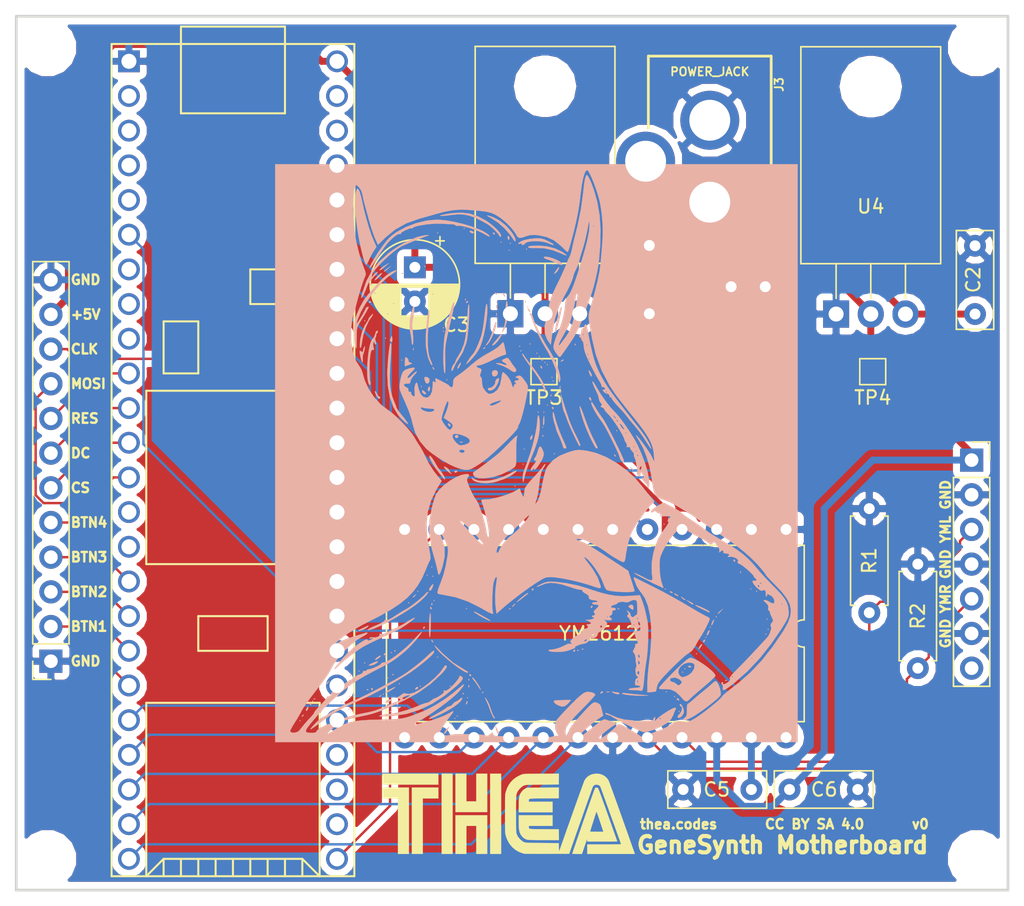
<source format=kicad_pcb>
(kicad_pcb (version 20171130) (host pcbnew "(5.0.0-3-g5ebb6b6)")
  (title_block (title "GeneSynth Motherboard") (date 2018-10-13) (rev v0) (company thea.codes) (comment 3 "CC BY SA 4.0") (comment 4 "Thea Flowers"))
  (layers (0 F.Cu signal) (31 B.Cu signal) (34 B.Paste user hide) (35 F.Paste user hide) (36 B.SilkS user hide) (37 F.SilkS user) (38 B.Mask user) (39 F.Mask user) (44 Edge.Cuts user))
  (net 0 "")
  (net 1 YM_CS)
  (net 2 "Net-(U1-Pad15)")
  (net 3 "Net-(U1-Pad14)")
  (net 4 YM_WR)
  (net 5 YM_RD)
  (net 6 YM_A0)
  (net 7 YM_A1)
  (net 8 YM_IC)
  (net 9 "Net-(U1-Pad31)")
  (net 10 "Net-(U1-Pad32)")
  (net 11 "Net-(U1-Pad33)")
  (net 12 "Net-(U1-Pad34)")
  (net 13 "Net-(U1-Pad35)")
  (net 14 "Net-(U1-Pad36)")
  (net 15 "Net-(U1-Pad37)")
  (net 16 "Net-(U1-Pad9)")
  (net 17 "Net-(U1-Pad8)")
  (net 18 "Net-(U1-Pad7)")
  (net 19 "Net-(U1-Pad5)")
  (net 20 "Net-(U1-Pad4)")
  (net 21 "Net-(U1-Pad3)")
  (net 22 "Net-(U1-Pad2)")
  (net 23 "Net-(U1-Pad38)")
  (net 24 "Net-(U1-Pad39)")
  (net 25 Data0)
  (net 26 Data1)
  (net 27 Data2)
  (net 28 Data3)
  (net 29 Data4)
  (net 30 Data5)
  (net 31 Data6)
  (net 32 Data7)
  (net 33 "Net-(U1-Pad49)")
  (net 34 "Net-(U1-Pad50)")
  (net 35 "Net-(U1-Pad51)")
  (net 36 "Net-(U1-Pad52)")
  (net 37 "Net-(U2-Pad13)")
  (net 38 "Net-(U2-Pad10)")
  (net 39 +9V)
  (net 40 GND)
  (net 41 +5V)
  (net 42 +5VA)
  (net 43 YM_L_RAW)
  (net 44 YM_R_RAW)
  (net 45 BUTTON_1)
  (net 46 BUTTON_2)
  (net 47 BUTTON_3)
  (net 48 BUTTON_4)
  (net 49 DISPLAY_CS)
  (net 50 DISPLAY_DC)
  (net 51 DISPLAY_RES)
  (net 52 DISPLAY_MOSI)
  (net 53 DISPLAY_CLK)
  (net 54 YM_CLK)
  (net 55 "Net-(J3-PadGNDB)")
  (module MountingHole:MountingHole_3.2mm_M3 (layer F.Cu) (at 157.734 129.794)
    (fp_text reference REF** hide)
    (fp_text value MountingHole_3.2mm_M3)
    (pad 1 np_thru_hole circle (at 0 0) (size 3.2 3.2) (drill 3.2) (layers *.Cu *.Mask))
  )
  (module MountingHole:MountingHole_3.2mm_M3 (layer F.Cu) (at 89.662 129.794)
    (fp_text reference REF** hide)
    (fp_text value MountingHole_3.2mm_M3)
    (pad 1 np_thru_hole circle (at 0 0) (size 3.2 3.2) (drill 3.2) (layers *.Cu *.Mask))
  )
  (module MountingHole:MountingHole_3.2mm_M3 (layer F.Cu) (at 89.662 70.358)
    (fp_text reference REF** hide)
    (fp_text value MountingHole_3.2mm_M3)
    (pad 1 np_thru_hole circle (at 0 0) (size 3.2 3.2) (drill 3.2) (layers *.Cu *.Mask))
  )
  (module Resistor_THT:R_Axial_DIN0207_L6.3mm_D2.5mm_P7.62mm_Horizontal (layer F.Cu) (at 149.86 111.76 90)
    (fp_text reference R1 (at 3.81 0 90) (layer F.SilkS))
    (fp_text value 2.2k)
    (pad 1 thru_hole circle (at 0 0 90) (size 1.6 1.6) (drill 0.8) (layers *.Cu *.Mask) (net 43 YM_L_RAW))
    (pad 2 thru_hole oval (at 7.62 0 90) (size 1.6 1.6) (drill 0.8) (layers *.Cu *.Mask) (net 40 GND))
  )
  (module Connector_PinSocket_2.54mm:PinSocket_1x07_P2.54mm_Vertical (layer F.Cu) (at 157.357 100.584)
    (fp_text reference J1 hide)
    (fp_text value "Audio Daughterboard")
    (pad 1 thru_hole rect (at 0 0) (size 1.7 1.7) (drill 1) (layers *.Cu *.Mask) (net 42 +5VA))
    (pad 2 thru_hole oval (at 0 2.54) (size 1.7 1.7) (drill 1) (layers *.Cu *.Mask) (net 40 GND))
    (pad 3 thru_hole oval (at 0 5.08) (size 1.7 1.7) (drill 1) (layers *.Cu *.Mask) (net 43 YM_L_RAW))
    (pad 4 thru_hole oval (at 0 7.62) (size 1.7 1.7) (drill 1) (layers *.Cu *.Mask) (net 40 GND))
    (pad 5 thru_hole oval (at 0 10.16) (size 1.7 1.7) (drill 1) (layers *.Cu *.Mask) (net 44 YM_R_RAW))
    (pad 6 thru_hole oval (at 0 12.7) (size 1.7 1.7) (drill 1) (layers *.Cu *.Mask) (net 40 GND))
    (pad 7 thru_hole oval (at 0 15.24) (size 1.7 1.7) (drill 1) (layers *.Cu *.Mask))
  )
  (module Resistor_THT:R_Axial_DIN0207_L6.3mm_D2.5mm_P7.62mm_Horizontal (layer F.Cu) (at 153.416 115.824 90)
    (fp_text reference R2 (at 3.81 0 90) (layer F.SilkS))
    (fp_text value 2.2k)
    (pad 2 thru_hole oval (at 7.62 0 90) (size 1.6 1.6) (drill 0.8) (layers *.Cu *.Mask) (net 40 GND))
    (pad 1 thru_hole circle (at 0 0 90) (size 1.6 1.6) (drill 0.8) (layers *.Cu *.Mask) (net 44 YM_R_RAW))
  )
  (module Package_DIP:DIP-24_W15.24mm (layer F.Cu) (at 143.764 105.664 270)
    (fp_text reference U2 hide)
    (fp_text value YM2612 (at 7.62 13.716) (layer F.SilkS))
    (pad 1 thru_hole rect (at 0 0 270) (size 1.6 1.6) (drill 0.8) (layers *.Cu *.Mask) (net 40 GND))
    (pad 13 thru_hole oval (at 15.24 27.94 270) (size 1.6 1.6) (drill 0.8) (layers *.Cu *.Mask) (net 37 "Net-(U2-Pad13)"))
    (pad 2 thru_hole oval (at 0 2.54 270) (size 1.6 1.6) (drill 0.8) (layers *.Cu *.Mask) (net 25 Data0))
    (pad 14 thru_hole oval (at 15.24 25.4 270) (size 1.6 1.6) (drill 0.8) (layers *.Cu *.Mask) (net 1 YM_CS))
    (pad 3 thru_hole oval (at 0 5.08 270) (size 1.6 1.6) (drill 0.8) (layers *.Cu *.Mask) (net 26 Data1))
    (pad 15 thru_hole oval (at 15.24 22.86 270) (size 1.6 1.6) (drill 0.8) (layers *.Cu *.Mask) (net 4 YM_WR))
    (pad 4 thru_hole oval (at 0 7.62 270) (size 1.6 1.6) (drill 0.8) (layers *.Cu *.Mask) (net 27 Data2))
    (pad 16 thru_hole oval (at 15.24 20.32 270) (size 1.6 1.6) (drill 0.8) (layers *.Cu *.Mask) (net 5 YM_RD))
    (pad 5 thru_hole oval (at 0 10.16 270) (size 1.6 1.6) (drill 0.8) (layers *.Cu *.Mask) (net 28 Data3))
    (pad 17 thru_hole oval (at 15.24 17.78 270) (size 1.6 1.6) (drill 0.8) (layers *.Cu *.Mask) (net 6 YM_A0))
    (pad 6 thru_hole oval (at 0 12.7 270) (size 1.6 1.6) (drill 0.8) (layers *.Cu *.Mask) (net 29 Data4))
    (pad 18 thru_hole oval (at 15.24 15.24 270) (size 1.6 1.6) (drill 0.8) (layers *.Cu *.Mask) (net 7 YM_A1))
    (pad 7 thru_hole oval (at 0 15.24 270) (size 1.6 1.6) (drill 0.8) (layers *.Cu *.Mask) (net 30 Data5))
    (pad 19 thru_hole oval (at 15.24 12.7 270) (size 1.6 1.6) (drill 0.8) (layers *.Cu *.Mask) (net 40 GND))
    (pad 8 thru_hole oval (at 0 17.78 270) (size 1.6 1.6) (drill 0.8) (layers *.Cu *.Mask) (net 31 Data6))
    (pad 20 thru_hole oval (at 15.24 10.16 270) (size 1.6 1.6) (drill 0.8) (layers *.Cu *.Mask) (net 44 YM_R_RAW))
    (pad 9 thru_hole oval (at 0 20.32 270) (size 1.6 1.6) (drill 0.8) (layers *.Cu *.Mask) (net 32 Data7))
    (pad 21 thru_hole oval (at 15.24 7.62 270) (size 1.6 1.6) (drill 0.8) (layers *.Cu *.Mask) (net 43 YM_L_RAW))
    (pad 10 thru_hole oval (at 0 22.86 270) (size 1.6 1.6) (drill 0.8) (layers *.Cu *.Mask) (net 38 "Net-(U2-Pad10)"))
    (pad 22 thru_hole oval (at 15.24 5.08 270) (size 1.6 1.6) (drill 0.8) (layers *.Cu *.Mask) (net 42 +5VA))
    (pad 11 thru_hole oval (at 0 25.4 270) (size 1.6 1.6) (drill 0.8) (layers *.Cu *.Mask) (net 8 YM_IC))
    (pad 23 thru_hole oval (at 15.24 2.54 270) (size 1.6 1.6) (drill 0.8) (layers *.Cu *.Mask) (net 41 +5V))
    (pad 12 thru_hole oval (at 0 27.94 270) (size 1.6 1.6) (drill 0.8) (layers *.Cu *.Mask) (net 40 GND))
    (pad 24 thru_hole oval (at 15.24 0 270) (size 1.6 1.6) (drill 0.8) (layers *.Cu *.Mask) (net 54 YM_CLK))
  )
  (module Capacitor_THT:C_Disc_D7.0mm_W2.5mm_P5.00mm (layer F.Cu) (at 133.747583 89.863284 90)
    (fp_text reference C1 (at 2.487284 -0.143583 90) (layer F.SilkS))
    (fp_text value 100nF)
    (pad 1 thru_hole circle (at 0 0 90) (size 1.6 1.6) (drill 0.8) (layers *.Cu *.Mask) (net 39 +9V))
    (pad 2 thru_hole circle (at 5 0 90) (size 1.6 1.6) (drill 0.8) (layers *.Cu *.Mask) (net 40 GND))
  )
  (module Capacitor_THT:C_Disc_D7.0mm_W2.5mm_P5.00mm (layer F.Cu) (at 157.607 89.887 90)
    (fp_text reference C2 (at 2.511 -0.127 90) (layer F.SilkS))
    (fp_text value 100nF)
    (pad 2 thru_hole circle (at 5 0 90) (size 1.6 1.6) (drill 0.8) (layers *.Cu *.Mask) (net 40 GND))
    (pad 1 thru_hole circle (at 0 0 90) (size 1.6 1.6) (drill 0.8) (layers *.Cu *.Mask) (net 39 +9V))
  )
  (module Capacitor_THT:CP_Radial_D6.3mm_P2.50mm (layer F.Cu) (at 116.574783 86.463284 270)
    (fp_text reference C3 (at 4.214716 -3.059217) (layer F.SilkS))
    (fp_text value 10uF)
    (pad 1 thru_hole rect (at 0 0 270) (size 1.6 1.6) (drill 0.8) (layers *.Cu *.Mask) (net 41 +5V))
    (pad 2 thru_hole circle (at 2.5 0 270) (size 1.6 1.6) (drill 0.8) (layers *.Cu *.Mask) (net 40 GND))
  )
  (module Capacitor_THT:CP_Radial_D6.3mm_P2.50mm (layer F.Cu) (at 142.24 87.884 180)
    (fp_text reference C4 (at 4.191 -3.0758 -90) (layer F.SilkS))
    (fp_text value 10uF)
    (pad 2 thru_hole circle (at 2.5 0 180) (size 1.6 1.6) (drill 0.8) (layers *.Cu *.Mask) (net 40 GND))
    (pad 1 thru_hole rect (at 0 0 180) (size 1.6 1.6) (drill 0.8) (layers *.Cu *.Mask) (net 42 +5VA))
  )
  (module Connector_PinSocket_2.54mm:PinSocket_1x12_P2.54mm_Vertical (layer F.Cu) (at 89.916 115.316 180)
    (fp_text reference J2 hide)
    (fp_text value "Display Daughterboard" hide)
    (pad 1 thru_hole rect (at 0 0 180) (size 1.7 1.7) (drill 1) (layers *.Cu *.Mask) (net 40 GND))
    (pad 2 thru_hole oval (at 0 2.54 180) (size 1.7 1.7) (drill 1) (layers *.Cu *.Mask) (net 45 BUTTON_1))
    (pad 3 thru_hole oval (at 0 5.08 180) (size 1.7 1.7) (drill 1) (layers *.Cu *.Mask) (net 46 BUTTON_2))
    (pad 4 thru_hole oval (at 0 7.62 180) (size 1.7 1.7) (drill 1) (layers *.Cu *.Mask) (net 47 BUTTON_3))
    (pad 5 thru_hole oval (at 0 10.16 180) (size 1.7 1.7) (drill 1) (layers *.Cu *.Mask) (net 48 BUTTON_4))
    (pad 6 thru_hole oval (at 0 12.7 180) (size 1.7 1.7) (drill 1) (layers *.Cu *.Mask) (net 49 DISPLAY_CS))
    (pad 7 thru_hole oval (at 0 15.24 180) (size 1.7 1.7) (drill 1) (layers *.Cu *.Mask) (net 50 DISPLAY_DC))
    (pad 8 thru_hole oval (at 0 17.78 180) (size 1.7 1.7) (drill 1) (layers *.Cu *.Mask) (net 51 DISPLAY_RES))
    (pad 9 thru_hole oval (at 0 20.32 180) (size 1.7 1.7) (drill 1) (layers *.Cu *.Mask) (net 52 DISPLAY_MOSI))
    (pad 10 thru_hole oval (at 0 22.86 180) (size 1.7 1.7) (drill 1) (layers *.Cu *.Mask) (net 53 DISPLAY_CLK))
    (pad 11 thru_hole oval (at 0 25.4 180) (size 1.7 1.7) (drill 1) (layers *.Cu *.Mask) (net 41 +5V))
    (pad 12 thru_hole oval (at 0 27.94 180) (size 1.7 1.7) (drill 1) (layers *.Cu *.Mask) (net 40 GND))
  )
  (module TestPoint:TestPoint_Pad_1.5x1.5mm (layer F.Cu) (at 134.060522 94.107)
    (fp_text reference TP1 (at 0.051478 1.905) (layer F.SilkS))
    (fp_text value TestPoint hide)
    (pad 1 smd rect (at 0 0) (size 1.5 1.5) (layers F.Cu F.Mask) (net 39 +9V))
  )
  (module TestPoint:TestPoint_Pad_1.5x1.5mm (layer F.Cu) (at 142.087261 94.107)
    (fp_text reference TP2 (at 0 1.905) (layer F.SilkS))
    (fp_text value TestPoint hide)
    (pad 1 smd rect (at 0 0) (size 1.5 1.5) (layers F.Cu F.Mask) (net 40 GND))
  )
  (module TestPoint:TestPoint_Pad_1.5x1.5mm (layer F.Cu) (at 126.033783 94.107)
    (fp_text reference TP3 (at 0 1.905) (layer F.SilkS))
    (fp_text value TestPoint hide)
    (pad 1 smd rect (at 0 0) (size 1.5 1.5) (layers F.Cu F.Mask) (net 41 +5V))
  )
  (module TestPoint:TestPoint_Pad_1.5x1.5mm (layer F.Cu) (at 150.114 94.107)
    (fp_text reference TP4 (at 0 1.905) (layer F.SilkS))
    (fp_text value TestPoint hide)
    (pad 1 smd rect (at 0 0) (size 1.5 1.5) (layers F.Cu F.Mask) (net 42 +5VA))
  )
  (module Package_TO_SOT_THT:TO-220-3_Horizontal_TabDown (layer F.Cu) (at 123.571183 89.863284)
    (fp_text reference U3 (at 2.54 -7.88) (layer F.SilkS))
    (fp_text value "LD1117S50 (Digital)")
    (pad "" np_thru_hole oval (at 2.54 -16.66) (size 3.5 3.5) (drill 3.5) (layers *.Cu *.Mask))
    (pad 1 thru_hole rect (at 0 0) (size 1.905 2) (drill 1.1) (layers *.Cu *.Mask) (net 40 GND))
    (pad 2 thru_hole oval (at 2.54 0) (size 1.905 2) (drill 1.1) (layers *.Cu *.Mask) (net 41 +5V))
    (pad 3 thru_hole oval (at 5.08 0) (size 1.905 2) (drill 1.1) (layers *.Cu *.Mask) (net 39 +9V))
  )
  (module Package_TO_SOT_THT:TO-220-3_Horizontal_TabDown (layer F.Cu) (at 147.4306 89.887)
    (fp_text reference U4 (at 2.54 -7.88) (layer F.SilkS))
    (fp_text value "LD1117S50 (Analog)")
    (pad 3 thru_hole oval (at 5.08 0) (size 1.905 2) (drill 1.1) (layers *.Cu *.Mask) (net 39 +9V))
    (pad 2 thru_hole oval (at 2.54 0) (size 1.905 2) (drill 1.1) (layers *.Cu *.Mask) (net 42 +5VA))
    (pad 1 thru_hole rect (at 0 0) (size 1.905 2) (drill 1.1) (layers *.Cu *.Mask) (net 40 GND))
    (pad "" np_thru_hole oval (at 2.54 -16.66) (size 3.5 3.5) (drill 3.5) (layers *.Cu *.Mask))
  )
  (module teensy:TeensyReduced (layer F.Cu) (at 103.251 100.584 270)
    (fp_text reference U1 hide)
    (fp_text value Teensy3.5)
    (pad 17 thru_hole circle (at 11.43 7.62 270) (size 1.6 1.6) (drill 1.1) (layers *.Cu *.Mask) (net 47 BUTTON_3))
    (pad 18 thru_hole circle (at 13.97 7.62 270) (size 1.6 1.6) (drill 1.1) (layers *.Cu *.Mask) (net 46 BUTTON_2))
    (pad 19 thru_hole circle (at 16.51 7.62 270) (size 1.6 1.6) (drill 1.1) (layers *.Cu *.Mask) (net 45 BUTTON_1))
    (pad 20 thru_hole circle (at 19.05 7.62 270) (size 1.6 1.6) (drill 1.1) (layers *.Cu *.Mask) (net 1 YM_CS))
    (pad 16 thru_hole circle (at 8.89 7.62 270) (size 1.6 1.6) (drill 1.1) (layers *.Cu *.Mask) (net 48 BUTTON_4))
    (pad 15 thru_hole circle (at 6.35 7.62 270) (size 1.6 1.6) (drill 1.1) (layers *.Cu *.Mask) (net 2 "Net-(U1-Pad15)"))
    (pad 14 thru_hole circle (at 3.81 7.62 270) (size 1.6 1.6) (drill 1.1) (layers *.Cu *.Mask) (net 3 "Net-(U1-Pad14)"))
    (pad 21 thru_hole circle (at 21.59 7.62 270) (size 1.6 1.6) (drill 1.1) (layers *.Cu *.Mask) (net 4 YM_WR))
    (pad 22 thru_hole circle (at 24.13 7.62 270) (size 1.6 1.6) (drill 1.1) (layers *.Cu *.Mask) (net 5 YM_RD))
    (pad 23 thru_hole circle (at 26.67 7.62 270) (size 1.6 1.6) (drill 1.1) (layers *.Cu *.Mask) (net 6 YM_A0))
    (pad 24 thru_hole circle (at 29.21 7.62 270) (size 1.6 1.6) (drill 1.1) (layers *.Cu *.Mask) (net 7 YM_A1))
    (pad 30 thru_hole circle (at 29.21 -7.62 270) (size 1.6 1.6) (drill 1.1) (layers *.Cu *.Mask) (net 8 YM_IC))
    (pad 31 thru_hole circle (at 26.67 -7.62 270) (size 1.6 1.6) (drill 1.1) (layers *.Cu *.Mask) (net 9 "Net-(U1-Pad31)"))
    (pad 32 thru_hole circle (at 24.13 -7.62 270) (size 1.6 1.6) (drill 1.1) (layers *.Cu *.Mask) (net 10 "Net-(U1-Pad32)"))
    (pad 33 thru_hole circle (at 21.59 -7.62 270) (size 1.6 1.6) (drill 1.1) (layers *.Cu *.Mask) (net 11 "Net-(U1-Pad33)"))
    (pad 34 thru_hole circle (at 19.05 -7.62 270) (size 1.6 1.6) (drill 1.1) (layers *.Cu *.Mask) (net 12 "Net-(U1-Pad34)"))
    (pad 35 thru_hole circle (at 16.51 -7.62 270) (size 1.6 1.6) (drill 1.1) (layers *.Cu *.Mask) (net 13 "Net-(U1-Pad35)"))
    (pad 36 thru_hole circle (at 13.97 -7.62 270) (size 1.6 1.6) (drill 1.1) (layers *.Cu *.Mask) (net 14 "Net-(U1-Pad36)"))
    (pad 37 thru_hole circle (at 11.43 -7.62 270) (size 1.6 1.6) (drill 1.1) (layers *.Cu *.Mask) (net 15 "Net-(U1-Pad37)"))
    (pad 13 thru_hole circle (at 1.27 7.62 270) (size 1.6 1.6) (drill 1.1) (layers *.Cu *.Mask) (net 52 DISPLAY_MOSI))
    (pad 12 thru_hole circle (at -1.27 7.62 270) (size 1.6 1.6) (drill 1.1) (layers *.Cu *.Mask) (net 49 DISPLAY_CS))
    (pad 11 thru_hole circle (at -3.81 7.62 270) (size 1.6 1.6) (drill 1.1) (layers *.Cu *.Mask) (net 50 DISPLAY_DC))
    (pad 10 thru_hole circle (at -6.35 7.62 270) (size 1.6 1.6) (drill 1.1) (layers *.Cu *.Mask) (net 51 DISPLAY_RES))
    (pad 9 thru_hole circle (at -8.89 7.62 270) (size 1.6 1.6) (drill 1.1) (layers *.Cu *.Mask) (net 16 "Net-(U1-Pad9)"))
    (pad 8 thru_hole circle (at -11.43 7.62 270) (size 1.6 1.6) (drill 1.1) (layers *.Cu *.Mask) (net 17 "Net-(U1-Pad8)"))
    (pad 7 thru_hole circle (at -13.97 7.62 270) (size 1.6 1.6) (drill 1.1) (layers *.Cu *.Mask) (net 18 "Net-(U1-Pad7)"))
    (pad 6 thru_hole circle (at -16.51 7.62 270) (size 1.6 1.6) (drill 1.1) (layers *.Cu *.Mask) (net 54 YM_CLK))
    (pad 5 thru_hole circle (at -19.05 7.62 270) (size 1.6 1.6) (drill 1.1) (layers *.Cu *.Mask) (net 19 "Net-(U1-Pad5)"))
    (pad 4 thru_hole circle (at -21.59 7.62 270) (size 1.6 1.6) (drill 1.1) (layers *.Cu *.Mask) (net 20 "Net-(U1-Pad4)"))
    (pad 3 thru_hole circle (at -24.13 7.62 270) (size 1.6 1.6) (drill 1.1) (layers *.Cu *.Mask) (net 21 "Net-(U1-Pad3)"))
    (pad 2 thru_hole circle (at -26.67 7.62 270) (size 1.6 1.6) (drill 1.1) (layers *.Cu *.Mask) (net 22 "Net-(U1-Pad2)"))
    (pad 1 thru_hole rect (at -29.21 7.62 270) (size 1.6 1.6) (drill 1.1) (layers *.Cu *.Mask) (net 40 GND))
    (pad 38 thru_hole circle (at 8.89 -7.62 270) (size 1.6 1.6) (drill 1.1) (layers *.Cu *.Mask) (net 23 "Net-(U1-Pad38)"))
    (pad 39 thru_hole circle (at 6.35 -7.62 270) (size 1.6 1.6) (drill 1.1) (layers *.Cu *.Mask) (net 24 "Net-(U1-Pad39)"))
    (pad 40 thru_hole circle (at 3.81 -7.62 270) (size 1.6 1.6) (drill 1.1) (layers *.Cu *.Mask) (net 53 DISPLAY_CLK))
    (pad 41 thru_hole circle (at 1.27 -7.62 270) (size 1.6 1.6) (drill 1.1) (layers *.Cu *.Mask) (net 32 Data7))
    (pad 42 thru_hole circle (at -1.27 -7.62 270) (size 1.6 1.6) (drill 1.1) (layers *.Cu *.Mask) (net 31 Data6))
    (pad 43 thru_hole circle (at -3.81 -7.62 270) (size 1.6 1.6) (drill 1.1) (layers *.Cu *.Mask) (net 30 Data5))
    (pad 44 thru_hole circle (at -6.35 -7.62 270) (size 1.6 1.6) (drill 1.1) (layers *.Cu *.Mask) (net 29 Data4))
    (pad 45 thru_hole circle (at -8.89 -7.62 270) (size 1.6 1.6) (drill 1.1) (layers *.Cu *.Mask) (net 28 Data3))
    (pad 46 thru_hole circle (at -11.43 -7.62 270) (size 1.6 1.6) (drill 1.1) (layers *.Cu *.Mask) (net 27 Data2))
    (pad 47 thru_hole circle (at -13.97 -7.62 270) (size 1.6 1.6) (drill 1.1) (layers *.Cu *.Mask) (net 26 Data1))
    (pad 48 thru_hole circle (at -16.51 -7.62 270) (size 1.6 1.6) (drill 1.1) (layers *.Cu *.Mask) (net 25 Data0))
    (pad 49 thru_hole circle (at -19.05 -7.62 270) (size 1.6 1.6) (drill 1.1) (layers *.Cu *.Mask) (net 33 "Net-(U1-Pad49)"))
    (pad 50 thru_hole circle (at -21.59 -7.62 270) (size 1.6 1.6) (drill 1.1) (layers *.Cu *.Mask) (net 34 "Net-(U1-Pad50)"))
    (pad 51 thru_hole circle (at -24.13 -7.62 270) (size 1.6 1.6) (drill 1.1) (layers *.Cu *.Mask) (net 35 "Net-(U1-Pad51)"))
    (pad 52 thru_hole circle (at -26.67 -7.62 270) (size 1.6 1.6) (drill 1.1) (layers *.Cu *.Mask) (net 36 "Net-(U1-Pad52)"))
    (pad 53 thru_hole circle (at -29.21 -7.62 270) (size 1.6 1.6) (drill 1.1) (layers *.Cu *.Mask) (net 41 +5V))
  )
  (module Connectors:POWER_JACK_PTH (layer F.Cu) (at 138.176 67.99326 180)
    (fp_text reference J3 (at -5.08 -5.08 270) (layer F.SilkS) (effects (font (size 0.6096 0.6096) (thickness 0.127))))
    (fp_text value POWER_JACK (at 0 -4.14274) (layer F.SilkS) (effects (font (size 0.6096 0.6096) (thickness 0.127))))
    (pad GND thru_hole circle (at 0 -7.69874 180) (size 4.318 4.318) (drill 2.9972) (layers *.Cu *.Mask) (net 40 GND))
    (pad GNDB thru_hole circle (at 4.699 -10.69848 180) (size 4.318 4.318) (drill 2.9972) (layers *.Cu *.Mask) (net 55 "Net-(J3-PadGNDB)"))
    (pad PWR thru_hole circle (at 0 -13.69822 180) (size 4.318 4.318) (drill 2.9972) (layers *.Cu *.Mask) (net 39 +9V))
  )
  (module Genesynth:thea (layer F.Cu) (at 123.444 126.492)
    (fp_text reference G*** hide)
    (fp_text value LOGO hide)
  )
  (module Genesynth:nei (layer B.Cu) (at 125.476 100.076 180)
    (fp_text reference G*** hide)
    (fp_text value LOGO hide)
  )
  (module MountingHole:MountingHole_3.2mm_M3 (layer F.Cu) (at 157.734 70.358)
    (fp_text reference REF** hide)
    (fp_text value MountingHole_3.2mm_M3)
    (pad 1 np_thru_hole circle (at 0 0) (size 3.2 3.2) (drill 3.2) (layers *.Cu *.Mask))
  )
  (module Capacitor_THT:C_Disc_D7.0mm_W2.5mm_P5.00mm (layer F.Cu) (at 141.224 124.714 180)
    (fp_text reference C5 (at 2.54 0 180) (layer F.SilkS))
    (fp_text value 100nF)
    (pad 2 thru_hole circle (at 5 0 180) (size 1.6 1.6) (drill 0.8) (layers *.Cu *.Mask) (net 40 GND))
    (pad 1 thru_hole circle (at 0 0 180) (size 1.6 1.6) (drill 0.8) (layers *.Cu *.Mask) (net 41 +5V))
  )
  (module Capacitor_THT:C_Disc_D7.0mm_W2.5mm_P5.00mm (layer F.Cu) (at 144.018 124.714)
    (fp_text reference C6 (at 2.54 0) (layer F.SilkS))
    (fp_text value 100nF)
    (pad 1 thru_hole circle (at 0 0) (size 1.6 1.6) (drill 0.8) (layers *.Cu *.Mask) (net 42 +5VA))
    (pad 2 thru_hole circle (at 5 0) (size 1.6 1.6) (drill 0.8) (layers *.Cu *.Mask) (net 40 GND))
  )
  (gr_text v0 (at 153.601072 127.254) (layer F.SilkS) (effects (font (size 0.7 0.7) (thickness 0.175))))
  (gr_text "CC BY SA 4.0" (at 145.853869 127.254) (layer F.SilkS) (effects (font (size 0.7 0.7) (thickness 0.175))))
  (gr_text thea.codes (at 135.89 127.254) (layer F.SilkS) (effects (font (size 0.7 0.7) (thickness 0.175))))
  (gr_text "GeneSynth Motherboard" (at 143.51 128.778) (layer F.SilkS) (effects (font (size 1.2 1.2) (thickness 0.3))))
  (gr_text GND (at 155.448 113.284 90) (layer F.SilkS) (effects (font (size 0.7 0.7) (thickness 0.175))))
  (gr_text YMR (at 155.448 110.744 90) (layer F.SilkS) (effects (font (size 0.7 0.7) (thickness 0.175))))
  (gr_text GND (at 155.448 103.124 90) (layer F.SilkS) (effects (font (size 0.7 0.7) (thickness 0.175))))
  (gr_text YML (at 155.448 105.664 90) (layer F.SilkS) (effects (font (size 0.7 0.7) (thickness 0.175))))
  (gr_text GND (at 155.448 108.204 90) (layer F.SilkS) (effects (font (size 0.7 0.7) (thickness 0.175))))
  (gr_text GND (at 92.46 115.316) (layer F.SilkS) (effects (font (size 0.7 0.7) (thickness 0.175))))
  (gr_text BTN1 (at 92.71 112.776) (layer F.SilkS) (effects (font (size 0.7 0.7) (thickness 0.175))))
  (gr_text BTN2 (at 92.71 110.236) (layer F.SilkS) (effects (font (size 0.7 0.7) (thickness 0.175))))
  (gr_text BTN3 (at 92.71 107.696) (layer F.SilkS) (effects (font (size 0.7 0.7) (thickness 0.175))))
  (gr_text BTN4 (at 92.71 105.156) (layer F.SilkS) (effects (font (size 0.7 0.7) (thickness 0.175))))
  (gr_text CS (at 92.076667 102.616) (layer F.SilkS) (effects (font (size 0.7 0.7) (thickness 0.175))))
  (gr_text DC (at 92.093334 100.076) (layer F.SilkS) (effects (font (size 0.7 0.7) (thickness 0.175))))
  (gr_text RES (at 92.393334 97.536) (layer F.SilkS) (effects (font (size 0.7 0.7) (thickness 0.175))))
  (gr_text MOSI (at 92.66 94.996) (layer F.SilkS) (effects (font (size 0.7 0.7) (thickness 0.175))))
  (gr_text CLK (at 92.376667 92.456) (layer F.SilkS) (effects (font (size 0.7 0.7) (thickness 0.175))))
  (gr_text +5V (at 92.46 89.916) (layer F.SilkS) (effects (font (size 0.7 0.7) (thickness 0.175))))
  (gr_text GND (at 92.46 87.376) (layer F.SilkS) (effects (font (size 0.7 0.7) (thickness 0.175))))
  (gr_line (start 87.376 132.08) (end 87.376 68.072) (layer Edge.Cuts) (width 0.2))
  (gr_line (start 160.02 132.08) (end 87.376 132.08) (layer Edge.Cuts) (width 0.2))
  (gr_line (start 160.02 68.072) (end 160.02 132.08) (layer Edge.Cuts) (width 0.2))
  (gr_line (start 87.376 68.072) (end 160.02 68.072) (layer Edge.Cuts) (width 0.2))
  (segment (start 95.631 119.634) (end 96.697701 118.567299) (width 0.1778) (layer B.Cu) (net 1))
  (segment (start 116.027299 118.567299) (end 118.364 120.904) (width 0.1778) (layer B.Cu) (net 1))
  (segment (start 96.697701 118.567299) (end 116.027299 118.567299) (width 0.1778) (layer B.Cu) (net 1))
  (segment (start 95.631 122.174) (end 97.104299 120.700701) (width 0.1778) (layer B.Cu) (net 4))
  (segment (start 97.104299 120.700701) (end 112.517983 120.700701) (width 0.1778) (layer B.Cu) (net 4))
  (segment (start 112.517983 120.700701) (end 113.787983 121.970701) (width 0.1778) (layer B.Cu) (net 4))
  (segment (start 119.837299 121.970701) (end 120.904 120.904) (width 0.1778) (layer B.Cu) (net 4))
  (segment (start 113.787983 121.970701) (end 119.837299 121.970701) (width 0.1778) (layer B.Cu) (net 4))
  (segment (start 96.430999 123.914001) (end 95.631 124.714) (width 0.1778) (layer B.Cu) (net 5))
  (segment (start 120.777 123.571) (end 123.444 120.904) (width 0.1778) (layer B.Cu) (net 5))
  (segment (start 96.774 123.571) (end 120.777 123.571) (width 0.1778) (layer B.Cu) (net 5))
  (segment (start 96.901 123.444) (end 96.774 123.571) (width 0.1778) (layer B.Cu) (net 5))
  (segment (start 96.774 123.571) (end 96.430999 123.914001) (width 0.1778) (layer B.Cu) (net 5))
  (segment (start 121.107299 125.780701) (end 125.984 120.904) (width 0.1778) (layer B.Cu) (net 6))
  (segment (start 97.104299 125.780701) (end 121.107299 125.780701) (width 0.1778) (layer B.Cu) (net 6))
  (segment (start 95.631 127.254) (end 97.104299 125.780701) (width 0.1778) (layer B.Cu) (net 6))
  (segment (start 95.631 129.794) (end 96.697701 128.727299) (width 0.1778) (layer B.Cu) (net 7))
  (segment (start 120.700701 128.727299) (end 128.524 120.904) (width 0.1778) (layer B.Cu) (net 7))
  (segment (start 96.697701 128.727299) (end 120.700701 128.727299) (width 0.1778) (layer B.Cu) (net 7))
  (segment (start 110.871 129.794) (end 111.937701 128.727299) (width 0.1778) (layer F.Cu) (net 8))
  (segment (start 117.564001 106.463999) (end 118.364 105.664) (width 0.1778) (layer F.Cu) (net 8))
  (segment (start 114.757299 125.907701) (end 114.757299 109.270701) (width 0.1778) (layer F.Cu) (net 8))
  (segment (start 114.757299 109.270701) (end 117.564001 106.463999) (width 0.1778) (layer F.Cu) (net 8))
  (segment (start 110.871 129.794) (end 114.757299 125.907701) (width 0.1778) (layer F.Cu) (net 8))
  (segment (start 114.808 88.011) (end 110.871 84.074) (width 0.1778) (layer B.Cu) (net 25))
  (segment (start 114.808 88.011) (end 114.808 97.79) (width 0.1778) (layer B.Cu) (net 25))
  (segment (start 114.808 97.79) (end 118.364 101.346) (width 0.1778) (layer B.Cu) (net 25))
  (segment (start 118.364 101.346) (end 136.906 101.346) (width 0.1778) (layer B.Cu) (net 25))
  (segment (start 136.906 101.346) (end 141.224 105.664) (width 0.1778) (layer B.Cu) (net 25))
  (segment (start 110.871 86.614) (end 114.3 90.043) (width 0.1778) (layer B.Cu) (net 26))
  (segment (start 114.3 90.043) (end 114.3 98.044) (width 0.1778) (layer B.Cu) (net 26))
  (segment (start 114.3 98.044) (end 118.11 101.854) (width 0.1778) (layer B.Cu) (net 26))
  (segment (start 134.874 101.854) (end 138.684 105.664) (width 0.1778) (layer B.Cu) (net 26))
  (segment (start 118.11 101.854) (end 134.874 101.854) (width 0.1778) (layer B.Cu) (net 26))
  (segment (start 111.670999 89.953999) (end 110.871 89.154) (width 0.1778) (layer B.Cu) (net 27))
  (segment (start 135.636 105.156) (end 136.144 105.664) (width 0.1778) (layer B.Cu) (net 27))
  (segment (start 117.85595 102.36195) (end 132.84195 102.36195) (width 0.1778) (layer B.Cu) (net 27))
  (segment (start 132.84195 102.36195) (end 135.636 105.156) (width 0.1778) (layer B.Cu) (net 27))
  (segment (start 113.792 98.298) (end 117.85595 102.36195) (width 0.1778) (layer B.Cu) (net 27))
  (segment (start 113.792 92.075) (end 113.792 98.298) (width 0.1778) (layer B.Cu) (net 27))
  (segment (start 110.871 89.154) (end 113.792 92.075) (width 0.1778) (layer B.Cu) (net 27))
  (segment (start 130.65756 102.71756) (end 133.604 105.664) (width 0.1778) (layer B.Cu) (net 28))
  (segment (start 117.44956 102.71756) (end 130.65756 102.71756) (width 0.1778) (layer B.Cu) (net 28))
  (segment (start 113.284 98.552) (end 117.44956 102.71756) (width 0.1778) (layer B.Cu) (net 28))
  (segment (start 113.284 94.107) (end 113.284 98.552) (width 0.1778) (layer B.Cu) (net 28))
  (segment (start 110.871 91.694) (end 113.284 94.107) (width 0.1778) (layer B.Cu) (net 28))
  (segment (start 110.871 94.234) (end 112.776 96.139) (width 0.1778) (layer B.Cu) (net 29))
  (segment (start 112.776 96.139) (end 112.776 98.552) (width 0.1778) (layer B.Cu) (net 29))
  (segment (start 112.776 98.552) (end 117.29717 103.07317) (width 0.1778) (layer B.Cu) (net 29))
  (segment (start 128.47317 103.07317) (end 131.064 105.664) (width 0.1778) (layer B.Cu) (net 29))
  (segment (start 117.29717 103.07317) (end 128.47317 103.07317) (width 0.1778) (layer B.Cu) (net 29))
  (segment (start 110.871 96.774) (end 111.670999 97.573999) (width 0.1778) (layer B.Cu) (net 30))
  (segment (start 111.670999 97.573999) (end 111.670999 97.960091) (width 0.1778) (layer B.Cu) (net 30))
  (segment (start 127.724001 104.864001) (end 128.524 105.664) (width 0.1778) (layer B.Cu) (net 30))
  (segment (start 126.28878 103.42878) (end 127.724001 104.864001) (width 0.1778) (layer B.Cu) (net 30))
  (segment (start 117.139688 103.42878) (end 126.28878 103.42878) (width 0.1778) (layer B.Cu) (net 30))
  (segment (start 111.670999 97.960091) (end 117.139688 103.42878) (width 0.1778) (layer B.Cu) (net 30))
  (segment (start 110.871 99.314) (end 111.670999 100.113999) (width 0.1778) (layer B.Cu) (net 31))
  (segment (start 124.10439 103.78439) (end 125.184001 104.864001) (width 0.1778) (layer B.Cu) (net 31))
  (segment (start 125.184001 104.864001) (end 125.984 105.664) (width 0.1778) (layer B.Cu) (net 31))
  (segment (start 116.99239 103.78439) (end 124.10439 103.78439) (width 0.1778) (layer B.Cu) (net 31))
  (segment (start 113.321999 100.113999) (end 116.99239 103.78439) (width 0.1778) (layer B.Cu) (net 31))
  (segment (start 111.670999 100.113999) (end 113.321999 100.113999) (width 0.1778) (layer B.Cu) (net 31))
  (segment (start 121.92 104.14) (end 123.444 105.664) (width 0.1778) (layer B.Cu) (net 32))
  (segment (start 116.84 104.14) (end 121.92 104.14) (width 0.1778) (layer B.Cu) (net 32))
  (segment (start 115.353999 102.653999) (end 116.84 104.14) (width 0.1778) (layer B.Cu) (net 32))
  (segment (start 111.670999 102.653999) (end 115.353999 102.653999) (width 0.1778) (layer B.Cu) (net 32))
  (segment (start 110.871 101.854) (end 111.670999 102.653999) (width 0.1778) (layer B.Cu) (net 32))
  (segment (start 133.747583 89.863284) (end 128.651183 89.863284) (width 0.508) (layer F.Cu) (net 39))
  (segment (start 156.47563 89.887) (end 152.5106 89.887) (width 0.508) (layer F.Cu) (net 39))
  (segment (start 157.607 89.887) (end 156.47563 89.887) (width 0.508) (layer F.Cu) (net 39))
  (segment (start 133.747583 93.794061) (end 134.060522 94.107) (width 0.508) (layer F.Cu) (net 39))
  (segment (start 133.747583 89.863284) (end 133.747583 93.794061) (width 0.508) (layer F.Cu) (net 39))
  (segment (start 144.36258 81.69148) (end 141.229287 81.69148) (width 0.508) (layer F.Cu) (net 39))
  (segment (start 152.5106 89.8395) (end 144.36258 81.69148) (width 0.508) (layer F.Cu) (net 39))
  (segment (start 141.229287 81.69148) (end 138.176 81.69148) (width 0.508) (layer F.Cu) (net 39))
  (segment (start 152.5106 89.887) (end 152.5106 89.8395) (width 0.508) (layer F.Cu) (net 39))
  (segment (start 138.176 85.434867) (end 138.176 81.69148) (width 0.508) (layer F.Cu) (net 39))
  (segment (start 133.747583 89.863284) (end 138.176 85.434867) (width 0.508) (layer F.Cu) (net 39))
  (segment (start 126.111183 94.0296) (end 126.033783 94.107) (width 0.508) (layer F.Cu) (net 41))
  (segment (start 126.111183 89.863284) (end 126.111183 94.0296) (width 0.508) (layer F.Cu) (net 41))
  (segment (start 117.882783 86.463284) (end 116.574783 86.463284) (width 0.508) (layer F.Cu) (net 41))
  (segment (start 124.219183 86.463284) (end 117.882783 86.463284) (width 0.508) (layer F.Cu) (net 41))
  (segment (start 126.111183 88.355284) (end 124.219183 86.463284) (width 0.508) (layer F.Cu) (net 41))
  (segment (start 126.111183 89.863284) (end 126.111183 88.355284) (width 0.508) (layer F.Cu) (net 41))
  (segment (start 116.574783 77.077783) (end 110.871 71.374) (width 0.508) (layer F.Cu) (net 41))
  (segment (start 116.574783 86.463284) (end 116.574783 77.077783) (width 0.508) (layer F.Cu) (net 41))
  (segment (start 90.765999 89.066001) (end 89.916 89.916) (width 0.508) (layer F.Cu) (net 41))
  (segment (start 94.485559 70.142199) (end 91.197801 73.429957) (width 0.508) (layer F.Cu) (net 41))
  (segment (start 91.197801 73.429957) (end 91.197801 88.634199) (width 0.508) (layer F.Cu) (net 41))
  (segment (start 108.507829 70.142199) (end 94.485559 70.142199) (width 0.508) (layer F.Cu) (net 41))
  (segment (start 91.197801 88.634199) (end 90.765999 89.066001) (width 0.508) (layer F.Cu) (net 41))
  (segment (start 109.73963 71.374) (end 108.507829 70.142199) (width 0.508) (layer F.Cu) (net 41))
  (segment (start 110.871 71.374) (end 109.73963 71.374) (width 0.508) (layer F.Cu) (net 41))
  (segment (start 140.424001 120.104001) (end 141.224 120.904) (width 0.508) (layer F.Cu) (net 41))
  (segment (start 134.912199 114.592199) (end 140.424001 120.104001) (width 0.508) (layer F.Cu) (net 41))
  (segment (start 134.912199 104.243416) (end 134.912199 114.592199) (width 0.508) (layer F.Cu) (net 41))
  (segment (start 126.033783 95.365) (end 134.912199 104.243416) (width 0.508) (layer F.Cu) (net 41))
  (segment (start 126.033783 94.107) (end 126.033783 95.365) (width 0.508) (layer F.Cu) (net 41))
  (segment (start 141.224 120.904) (end 141.224 124.714) (width 0.508) (layer B.Cu) (net 41))
  (segment (start 149.9706 93.9636) (end 150.114 94.107) (width 0.508) (layer F.Cu) (net 42))
  (segment (start 149.9706 89.887) (end 149.9706 93.9636) (width 0.508) (layer F.Cu) (net 42))
  (segment (start 151.372 94.107) (end 150.114 94.107) (width 0.508) (layer F.Cu) (net 42))
  (segment (start 157.357 100.092) (end 151.372 94.107) (width 0.508) (layer F.Cu) (net 42))
  (segment (start 150.114 100.584) (end 146.558 104.14) (width 0.508) (layer B.Cu) (net 42))
  (segment (start 146.558 121.92) (end 145.542 122.936) (width 0.508) (layer B.Cu) (net 42))
  (segment (start 146.558 104.14) (end 146.558 121.92) (width 0.508) (layer B.Cu) (net 42))
  (segment (start 157.357 100.584) (end 150.114 100.584) (width 0.508) (layer B.Cu) (net 42))
  (segment (start 142.786199 125.945801) (end 143.218001 125.513999) (width 0.508) (layer B.Cu) (net 42))
  (segment (start 140.632735 125.945801) (end 142.786199 125.945801) (width 0.508) (layer B.Cu) (net 42))
  (segment (start 143.218001 125.513999) (end 144.018 124.714) (width 0.508) (layer B.Cu) (net 42))
  (segment (start 138.684 123.997066) (end 140.632735 125.945801) (width 0.508) (layer B.Cu) (net 42))
  (segment (start 138.684 120.904) (end 138.684 123.997066) (width 0.508) (layer B.Cu) (net 42))
  (segment (start 145.542 123.19) (end 144.018 124.714) (width 0.508) (layer B.Cu) (net 42))
  (segment (start 145.542 122.936) (end 145.542 123.19) (width 0.508) (layer B.Cu) (net 42))
  (segment (start 143.548 87.884) (end 142.24 87.884) (width 0.508) (layer F.Cu) (net 42))
  (segment (start 148.0151 87.884) (end 143.548 87.884) (width 0.508) (layer F.Cu) (net 42))
  (segment (start 149.9706 89.8395) (end 148.0151 87.884) (width 0.508) (layer F.Cu) (net 42))
  (segment (start 149.9706 89.887) (end 149.9706 89.8395) (width 0.508) (layer F.Cu) (net 42))
  (segment (start 149.86 111.76) (end 149.86 121.163092) (width 0.1778) (layer F.Cu) (net 43))
  (segment (start 149.86 121.163092) (end 149.854908 121.163092) (width 0.1778) (layer F.Cu) (net 43))
  (segment (start 149.854908 121.163092) (end 148.336 122.682) (width 0.1778) (layer F.Cu) (net 43))
  (segment (start 137.922 122.682) (end 136.144 120.904) (width 0.1778) (layer F.Cu) (net 43))
  (segment (start 148.336 122.682) (end 137.922 122.682) (width 0.1778) (layer F.Cu) (net 43))
  (segment (start 150.659999 110.960001) (end 152.691999 110.960001) (width 0.1778) (layer F.Cu) (net 43))
  (segment (start 149.86 111.76) (end 150.659999 110.960001) (width 0.1778) (layer F.Cu) (net 43))
  (segment (start 156.507001 106.513999) (end 157.357 105.664) (width 0.1778) (layer F.Cu) (net 43))
  (segment (start 156.507001 107.144999) (end 156.507001 106.513999) (width 0.1778) (layer F.Cu) (net 43))
  (segment (start 152.691999 110.960001) (end 156.507001 107.144999) (width 0.1778) (layer F.Cu) (net 43))
  (segment (start 152.616001 116.623999) (end 152.616001 118.909999) (width 0.1778) (layer F.Cu) (net 44))
  (segment (start 153.416 115.824) (end 152.616001 116.623999) (width 0.1778) (layer F.Cu) (net 44))
  (segment (start 152.616001 118.909999) (end 148.336 123.19) (width 0.1778) (layer F.Cu) (net 44))
  (segment (start 135.89 123.19) (end 133.604 120.904) (width 0.1778) (layer F.Cu) (net 44))
  (segment (start 148.336 123.19) (end 135.89 123.19) (width 0.1778) (layer F.Cu) (net 44))
  (segment (start 156.507001 111.593999) (end 157.357 110.744) (width 0.1778) (layer F.Cu) (net 44))
  (segment (start 154.215999 113.885001) (end 156.507001 111.593999) (width 0.1778) (layer F.Cu) (net 44))
  (segment (start 154.215999 115.024001) (end 154.215999 113.885001) (width 0.1778) (layer F.Cu) (net 44))
  (segment (start 153.416 115.824) (end 154.215999 115.024001) (width 0.1778) (layer F.Cu) (net 44))
  (segment (start 91.313 112.776) (end 89.916 112.776) (width 0.1778) (layer F.Cu) (net 45))
  (segment (start 95.631 117.094) (end 91.313 112.776) (width 0.1778) (layer F.Cu) (net 45))
  (segment (start 91.313 110.236) (end 89.916 110.236) (width 0.1778) (layer F.Cu) (net 46))
  (segment (start 95.631 114.554) (end 91.313 110.236) (width 0.1778) (layer F.Cu) (net 46))
  (segment (start 91.313 107.696) (end 89.916 107.696) (width 0.1778) (layer F.Cu) (net 47))
  (segment (start 95.631 112.014) (end 91.313 107.696) (width 0.1778) (layer F.Cu) (net 47))
  (segment (start 91.313 105.156) (end 89.916 105.156) (width 0.1778) (layer F.Cu) (net 48))
  (segment (start 95.631 109.474) (end 91.313 105.156) (width 0.1778) (layer F.Cu) (net 48))
  (segment (start 93.218 99.314) (end 89.916 102.616) (width 0.1778) (layer F.Cu) (net 49))
  (segment (start 95.631 99.314) (end 93.218 99.314) (width 0.1778) (layer F.Cu) (net 49))
  (segment (start 93.218 96.774) (end 89.916 100.076) (width 0.1778) (layer F.Cu) (net 50))
  (segment (start 95.631 96.774) (end 93.218 96.774) (width 0.1778) (layer F.Cu) (net 50))
  (segment (start 93.218 94.234) (end 89.916 97.536) (width 0.1778) (layer F.Cu) (net 51))
  (segment (start 95.631 94.234) (end 93.218 94.234) (width 0.1778) (layer F.Cu) (net 51))
  (segment (start 88.799299 96.112701) (end 89.066001 95.845999) (width 0.1778) (layer F.Cu) (net 52))
  (segment (start 88.799299 103.152017) (end 88.799299 96.112701) (width 0.1778) (layer F.Cu) (net 52))
  (segment (start 89.379983 103.732701) (end 88.799299 103.152017) (width 0.1778) (layer F.Cu) (net 52))
  (segment (start 89.066001 95.845999) (end 89.916 94.996) (width 0.1778) (layer F.Cu) (net 52))
  (segment (start 92.620929 103.732701) (end 89.379983 103.732701) (width 0.1778) (layer F.Cu) (net 52))
  (segment (start 94.49963 101.854) (end 92.620929 103.732701) (width 0.1778) (layer F.Cu) (net 52))
  (segment (start 95.631 101.854) (end 94.49963 101.854) (width 0.1778) (layer F.Cu) (net 52))
  (segment (start 91.118081 92.456) (end 89.916 92.456) (width 0.1778) (layer F.Cu) (net 53))
  (segment (start 91.82938 93.167299) (end 91.118081 92.456) (width 0.1778) (layer F.Cu) (net 53))
  (segment (start 99.644299 93.167299) (end 91.82938 93.167299) (width 0.1778) (layer F.Cu) (net 53))
  (segment (start 110.871 104.394) (end 99.644299 93.167299) (width 0.1778) (layer F.Cu) (net 53))
  (segment (start 110.358983 113.080701) (end 135.940701 113.080701) (width 0.1778) (layer B.Cu) (net 54))
  (segment (start 135.940701 113.080701) (end 143.764 120.904) (width 0.1778) (layer B.Cu) (net 54))
  (segment (start 96.697701 99.419419) (end 110.358983 113.080701) (width 0.1778) (layer B.Cu) (net 54))
  (segment (start 96.697701 85.140701) (end 96.697701 99.419419) (width 0.1778) (layer B.Cu) (net 54))
  (segment (start 95.631 84.074) (end 96.697701 85.140701) (width 0.1778) (layer B.Cu) (net 54))
  (zone (net 40) (net_name GND) (layer F.Cu) (connect_pads (clearance 0.508)) (min_thickness 0.254) (fill yes (arc_segments 16) (thermal_gap 0.508) (thermal_bridge_width 0.508))
    (polygon (pts (xy 86.868 67.564) (xy 160.528 67.564) (xy 160.528 132.588) (xy 86.868 132.588)))
  )
  (zone (net 40) (net_name GND) (layer B.Cu) (connect_pads (clearance 0.508)) (min_thickness 0.254) (fill yes (arc_segments 16) (thermal_gap 0.508) (thermal_bridge_width 0.508))
    (polygon (pts (xy 86.868 67.564) (xy 160.528 67.564) (xy 160.528 132.588) (xy 86.868 132.588)))
  )
)
</source>
